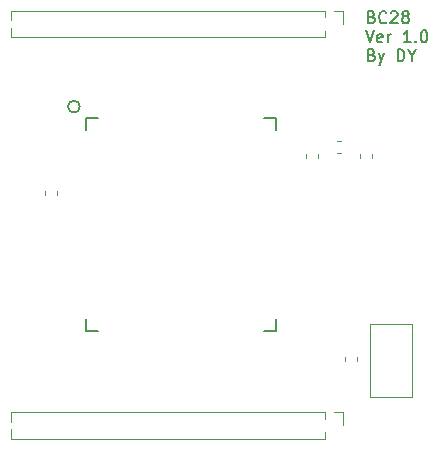
<source format=gbr>
G04 #@! TF.GenerationSoftware,KiCad,Pcbnew,5.99.0-unknown-df3fabf~86~ubuntu18.04.1*
G04 #@! TF.CreationDate,2019-10-25T19:03:16-04:00*
G04 #@! TF.ProjectId,bc28_module_board,62633238-5f6d-46f6-9475-6c655f626f61,rev?*
G04 #@! TF.SameCoordinates,Original*
G04 #@! TF.FileFunction,Legend,Top*
G04 #@! TF.FilePolarity,Positive*
%FSLAX46Y46*%
G04 Gerber Fmt 4.6, Leading zero omitted, Abs format (unit mm)*
G04 Created by KiCad (PCBNEW 5.99.0-unknown-df3fabf~86~ubuntu18.04.1) date 2019-10-25 19:03:16*
%MOMM*%
%LPD*%
G04 APERTURE LIST*
%ADD10C,0.150000*%
%ADD11C,0.120000*%
G04 APERTURE END LIST*
D10*
X164168928Y-82418571D02*
X164311785Y-82466190D01*
X164359404Y-82513809D01*
X164407023Y-82609047D01*
X164407023Y-82751904D01*
X164359404Y-82847142D01*
X164311785Y-82894761D01*
X164216547Y-82942380D01*
X163835595Y-82942380D01*
X163835595Y-81942380D01*
X164168928Y-81942380D01*
X164264166Y-81990000D01*
X164311785Y-82037619D01*
X164359404Y-82132857D01*
X164359404Y-82228095D01*
X164311785Y-82323333D01*
X164264166Y-82370952D01*
X164168928Y-82418571D01*
X163835595Y-82418571D01*
X165407023Y-82847142D02*
X165359404Y-82894761D01*
X165216547Y-82942380D01*
X165121309Y-82942380D01*
X164978452Y-82894761D01*
X164883214Y-82799523D01*
X164835595Y-82704285D01*
X164787976Y-82513809D01*
X164787976Y-82370952D01*
X164835595Y-82180476D01*
X164883214Y-82085238D01*
X164978452Y-81990000D01*
X165121309Y-81942380D01*
X165216547Y-81942380D01*
X165359404Y-81990000D01*
X165407023Y-82037619D01*
X165787976Y-82037619D02*
X165835595Y-81990000D01*
X165930833Y-81942380D01*
X166168928Y-81942380D01*
X166264166Y-81990000D01*
X166311785Y-82037619D01*
X166359404Y-82132857D01*
X166359404Y-82228095D01*
X166311785Y-82370952D01*
X165740357Y-82942380D01*
X166359404Y-82942380D01*
X166930833Y-82370952D02*
X166835595Y-82323333D01*
X166787976Y-82275714D01*
X166740357Y-82180476D01*
X166740357Y-82132857D01*
X166787976Y-82037619D01*
X166835595Y-81990000D01*
X166930833Y-81942380D01*
X167121309Y-81942380D01*
X167216547Y-81990000D01*
X167264166Y-82037619D01*
X167311785Y-82132857D01*
X167311785Y-82180476D01*
X167264166Y-82275714D01*
X167216547Y-82323333D01*
X167121309Y-82370952D01*
X166930833Y-82370952D01*
X166835595Y-82418571D01*
X166787976Y-82466190D01*
X166740357Y-82561428D01*
X166740357Y-82751904D01*
X166787976Y-82847142D01*
X166835595Y-82894761D01*
X166930833Y-82942380D01*
X167121309Y-82942380D01*
X167216547Y-82894761D01*
X167264166Y-82847142D01*
X167311785Y-82751904D01*
X167311785Y-82561428D01*
X167264166Y-82466190D01*
X167216547Y-82418571D01*
X167121309Y-82370952D01*
X163692738Y-83552380D02*
X164026071Y-84552380D01*
X164359404Y-83552380D01*
X165073690Y-84504761D02*
X164978452Y-84552380D01*
X164787976Y-84552380D01*
X164692738Y-84504761D01*
X164645119Y-84409523D01*
X164645119Y-84028571D01*
X164692738Y-83933333D01*
X164787976Y-83885714D01*
X164978452Y-83885714D01*
X165073690Y-83933333D01*
X165121309Y-84028571D01*
X165121309Y-84123809D01*
X164645119Y-84219047D01*
X165549880Y-84552380D02*
X165549880Y-83885714D01*
X165549880Y-84076190D02*
X165597500Y-83980952D01*
X165645119Y-83933333D01*
X165740357Y-83885714D01*
X165835595Y-83885714D01*
X167454642Y-84552380D02*
X166883214Y-84552380D01*
X167168928Y-84552380D02*
X167168928Y-83552380D01*
X167073690Y-83695238D01*
X166978452Y-83790476D01*
X166883214Y-83838095D01*
X167883214Y-84457142D02*
X167930833Y-84504761D01*
X167883214Y-84552380D01*
X167835595Y-84504761D01*
X167883214Y-84457142D01*
X167883214Y-84552380D01*
X168549880Y-83552380D02*
X168645119Y-83552380D01*
X168740357Y-83600000D01*
X168787976Y-83647619D01*
X168835595Y-83742857D01*
X168883214Y-83933333D01*
X168883214Y-84171428D01*
X168835595Y-84361904D01*
X168787976Y-84457142D01*
X168740357Y-84504761D01*
X168645119Y-84552380D01*
X168549880Y-84552380D01*
X168454642Y-84504761D01*
X168407023Y-84457142D01*
X168359404Y-84361904D01*
X168311785Y-84171428D01*
X168311785Y-83933333D01*
X168359404Y-83742857D01*
X168407023Y-83647619D01*
X168454642Y-83600000D01*
X168549880Y-83552380D01*
X164168928Y-85638571D02*
X164311785Y-85686190D01*
X164359404Y-85733809D01*
X164407023Y-85829047D01*
X164407023Y-85971904D01*
X164359404Y-86067142D01*
X164311785Y-86114761D01*
X164216547Y-86162380D01*
X163835595Y-86162380D01*
X163835595Y-85162380D01*
X164168928Y-85162380D01*
X164264166Y-85210000D01*
X164311785Y-85257619D01*
X164359404Y-85352857D01*
X164359404Y-85448095D01*
X164311785Y-85543333D01*
X164264166Y-85590952D01*
X164168928Y-85638571D01*
X163835595Y-85638571D01*
X164740357Y-85495714D02*
X164978452Y-86162380D01*
X165216547Y-85495714D02*
X164978452Y-86162380D01*
X164883214Y-86400476D01*
X164835595Y-86448095D01*
X164740357Y-86495714D01*
X166359404Y-86162380D02*
X166359404Y-85162380D01*
X166597500Y-85162380D01*
X166740357Y-85210000D01*
X166835595Y-85305238D01*
X166883214Y-85400476D01*
X166930833Y-85590952D01*
X166930833Y-85733809D01*
X166883214Y-85924285D01*
X166835595Y-86019523D01*
X166740357Y-86114761D01*
X166597500Y-86162380D01*
X166359404Y-86162380D01*
X167549880Y-85686190D02*
X167549880Y-86162380D01*
X167216547Y-85162380D02*
X167549880Y-85686190D01*
X167883214Y-85162380D01*
X139450000Y-90000000D02*
G75*
G03X139450000Y-90000000I-500000J0D01*
G01*
X139950000Y-109000000D02*
X140950000Y-109000000D01*
X139950000Y-109000000D02*
X139950000Y-108000000D01*
X156050000Y-109000000D02*
X155050000Y-109000000D01*
X156050000Y-109000000D02*
X156050000Y-108000000D01*
X156050000Y-91000000D02*
X156050000Y-92000000D01*
X156050000Y-91000000D02*
X155050000Y-91000000D01*
X139950000Y-91000000D02*
X139950000Y-92000000D01*
X139950000Y-91000000D02*
X140950000Y-91000000D01*
D11*
X167610000Y-114560000D02*
X163990000Y-114560000D01*
X167610000Y-108440000D02*
X167610000Y-114560000D01*
X163990000Y-108440000D02*
X167610000Y-108440000D01*
X163990000Y-114560000D02*
X163990000Y-108440000D01*
X137510000Y-97462779D02*
X137510000Y-97137221D01*
X136490000Y-97462779D02*
X136490000Y-97137221D01*
X161562779Y-92902500D02*
X161237221Y-92902500D01*
X161562779Y-93922500D02*
X161237221Y-93922500D01*
X161760000Y-115890000D02*
X161760000Y-117000000D01*
X161000000Y-115890000D02*
X161760000Y-115890000D01*
X160240000Y-117563471D02*
X160240000Y-118110000D01*
X160240000Y-115890000D02*
X160240000Y-116436529D01*
X160240000Y-118110000D02*
X133635000Y-118110000D01*
X160240000Y-115890000D02*
X133635000Y-115890000D01*
X133635000Y-117307530D02*
X133635000Y-118110000D01*
X133635000Y-115890000D02*
X133635000Y-116692470D01*
X161760000Y-81890000D02*
X161760000Y-83000000D01*
X161000000Y-81890000D02*
X161760000Y-81890000D01*
X160240000Y-83563471D02*
X160240000Y-84110000D01*
X160240000Y-81890000D02*
X160240000Y-82436529D01*
X160240000Y-84110000D02*
X133635000Y-84110000D01*
X160240000Y-81890000D02*
X133635000Y-81890000D01*
X133635000Y-83307530D02*
X133635000Y-84110000D01*
X133635000Y-81890000D02*
X133635000Y-82692470D01*
X163190000Y-94037221D02*
X163190000Y-94362779D01*
X164210000Y-94037221D02*
X164210000Y-94362779D01*
X158590000Y-94049721D02*
X158590000Y-94375279D01*
X159610000Y-94049721D02*
X159610000Y-94375279D01*
X161890000Y-111237221D02*
X161890000Y-111562779D01*
X162910000Y-111237221D02*
X162910000Y-111562779D01*
M02*

</source>
